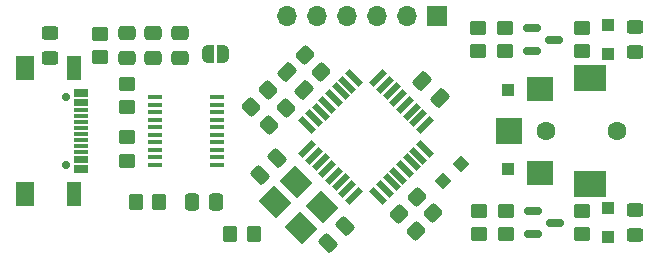
<source format=gbr>
%TF.GenerationSoftware,KiCad,Pcbnew,(6.0.7)*%
%TF.CreationDate,2023-10-13T17:42:20-04:00*%
%TF.ProjectId,microkfd,6d696372-6f6b-4666-942e-6b696361645f,A.1*%
%TF.SameCoordinates,Original*%
%TF.FileFunction,Soldermask,Top*%
%TF.FilePolarity,Negative*%
%FSLAX46Y46*%
G04 Gerber Fmt 4.6, Leading zero omitted, Abs format (unit mm)*
G04 Created by KiCad (PCBNEW (6.0.7)) date 2023-10-13 17:42:20*
%MOMM*%
%LPD*%
G01*
G04 APERTURE LIST*
G04 Aperture macros list*
%AMRoundRect*
0 Rectangle with rounded corners*
0 $1 Rounding radius*
0 $2 $3 $4 $5 $6 $7 $8 $9 X,Y pos of 4 corners*
0 Add a 4 corners polygon primitive as box body*
4,1,4,$2,$3,$4,$5,$6,$7,$8,$9,$2,$3,0*
0 Add four circle primitives for the rounded corners*
1,1,$1+$1,$2,$3*
1,1,$1+$1,$4,$5*
1,1,$1+$1,$6,$7*
1,1,$1+$1,$8,$9*
0 Add four rect primitives between the rounded corners*
20,1,$1+$1,$2,$3,$4,$5,0*
20,1,$1+$1,$4,$5,$6,$7,0*
20,1,$1+$1,$6,$7,$8,$9,0*
20,1,$1+$1,$8,$9,$2,$3,0*%
%AMRotRect*
0 Rectangle, with rotation*
0 The origin of the aperture is its center*
0 $1 length*
0 $2 width*
0 $3 Rotation angle, in degrees counterclockwise*
0 Add horizontal line*
21,1,$1,$2,0,0,$3*%
%AMFreePoly0*
4,1,22,0.500000,-0.750000,0.000000,-0.750000,0.000000,-0.745033,-0.079941,-0.743568,-0.215256,-0.701293,-0.333266,-0.622738,-0.424486,-0.514219,-0.481581,-0.384460,-0.499164,-0.250000,-0.500000,-0.250000,-0.500000,0.250000,-0.499164,0.250000,-0.499963,0.256109,-0.478152,0.396186,-0.417904,0.524511,-0.324060,0.630769,-0.204165,0.706417,-0.067858,0.745374,0.000000,0.744959,0.000000,0.750000,
0.500000,0.750000,0.500000,-0.750000,0.500000,-0.750000,$1*%
%AMFreePoly1*
4,1,20,0.000000,0.744959,0.073905,0.744508,0.209726,0.703889,0.328688,0.626782,0.421226,0.519385,0.479903,0.390333,0.500000,0.250000,0.500000,-0.250000,0.499851,-0.262216,0.476331,-0.402017,0.414519,-0.529596,0.319384,-0.634700,0.198574,-0.708877,0.061801,-0.746166,0.000000,-0.745033,0.000000,-0.750000,-0.500000,-0.750000,-0.500000,0.750000,0.000000,0.750000,0.000000,0.744959,
0.000000,0.744959,$1*%
G04 Aperture macros list end*
%ADD10C,0.700000*%
%ADD11R,1.200000X0.300000*%
%ADD12R,1.200000X2.000000*%
%ADD13R,1.500000X2.000000*%
%ADD14RoundRect,0.250000X0.450000X-0.325000X0.450000X0.325000X-0.450000X0.325000X-0.450000X-0.325000X0*%
%ADD15RoundRect,0.150000X-0.587500X-0.150000X0.587500X-0.150000X0.587500X0.150000X-0.587500X0.150000X0*%
%ADD16R,1.200000X0.400000*%
%ADD17RoundRect,0.250000X0.070711X-0.565685X0.565685X-0.070711X-0.070711X0.565685X-0.565685X0.070711X0*%
%ADD18RoundRect,0.250000X0.097227X-0.574524X0.574524X-0.097227X-0.097227X0.574524X-0.574524X0.097227X0*%
%ADD19RoundRect,0.250000X-0.337500X-0.475000X0.337500X-0.475000X0.337500X0.475000X-0.337500X0.475000X0*%
%ADD20RoundRect,0.250000X-0.450000X0.350000X-0.450000X-0.350000X0.450000X-0.350000X0.450000X0.350000X0*%
%ADD21RoundRect,0.250000X0.565685X0.070711X0.070711X0.565685X-0.565685X-0.070711X-0.070711X-0.565685X0*%
%ADD22RoundRect,0.250000X-0.574524X-0.097227X-0.097227X-0.574524X0.574524X0.097227X0.097227X0.574524X0*%
%ADD23R,1.000000X1.000000*%
%ADD24RoundRect,0.250000X0.350000X0.450000X-0.350000X0.450000X-0.350000X-0.450000X0.350000X-0.450000X0*%
%ADD25RotRect,2.100000X1.800000X135.000000*%
%ADD26RoundRect,0.250000X-0.450000X0.325000X-0.450000X-0.325000X0.450000X-0.325000X0.450000X0.325000X0*%
%ADD27RoundRect,0.250000X-0.097227X0.574524X-0.574524X0.097227X0.097227X-0.574524X0.574524X-0.097227X0*%
%ADD28RotRect,1.600000X0.550000X45.000000*%
%ADD29RotRect,1.600000X0.550000X135.000000*%
%ADD30RoundRect,0.250000X0.475000X-0.337500X0.475000X0.337500X-0.475000X0.337500X-0.475000X-0.337500X0*%
%ADD31RoundRect,0.250000X0.450000X-0.350000X0.450000X0.350000X-0.450000X0.350000X-0.450000X-0.350000X0*%
%ADD32FreePoly0,0.000000*%
%ADD33FreePoly1,0.000000*%
%ADD34C,1.600000*%
%ADD35R,2.300000X2.200000*%
%ADD36R,2.800000X2.200000*%
%ADD37R,2.200000X2.100000*%
%ADD38R,1.700000X1.700000*%
%ADD39O,1.700000X1.700000*%
%ADD40RotRect,1.000000X1.000000X45.000000*%
%ADD41RotRect,1.000000X1.000000X315.000000*%
%ADD42RoundRect,0.250000X-0.475000X0.337500X-0.475000X-0.337500X0.475000X-0.337500X0.475000X0.337500X0*%
G04 APERTURE END LIST*
D10*
%TO.C,J1*%
X98617500Y-97110000D03*
X98617500Y-102890000D03*
D11*
X99887500Y-96625000D03*
X99887500Y-97425000D03*
X99887500Y-98750000D03*
X99887500Y-99750000D03*
X99887500Y-100250000D03*
X99887500Y-101250000D03*
X99887500Y-102575000D03*
X99887500Y-103375000D03*
X99887500Y-103075000D03*
X99887500Y-102275000D03*
X99887500Y-101750000D03*
X99887500Y-100750000D03*
X99887500Y-99250000D03*
X99887500Y-98250000D03*
X99887500Y-97725000D03*
X99887500Y-96925000D03*
D12*
X99287500Y-94680000D03*
D13*
X95087500Y-105320000D03*
X95087500Y-94680000D03*
D12*
X99287500Y-105320000D03*
%TD*%
D14*
%TO.C,D2*%
X146750000Y-93275000D03*
X146750000Y-91225000D03*
%TD*%
D15*
%TO.C,Q2*%
X138125000Y-106800000D03*
X138125000Y-108700000D03*
X140000000Y-107750000D03*
%TD*%
D16*
%TO.C,U1*%
X111350000Y-102857500D03*
X111350000Y-102222500D03*
X111350000Y-101587500D03*
X111350000Y-100952500D03*
X111350000Y-100317500D03*
X111350000Y-99682500D03*
X111350000Y-99047500D03*
X111350000Y-98412500D03*
X111350000Y-97777500D03*
X111350000Y-97142500D03*
X106150000Y-97142500D03*
X106150000Y-97777500D03*
X106150000Y-98412500D03*
X106150000Y-99047500D03*
X106150000Y-99682500D03*
X106150000Y-100317500D03*
X106150000Y-100952500D03*
X106150000Y-101587500D03*
X106150000Y-102222500D03*
X106150000Y-102857500D03*
%TD*%
D17*
%TO.C,R7*%
X115792893Y-99457107D03*
X117207107Y-98042893D03*
%TD*%
D18*
%TO.C,C7*%
X120766377Y-109483623D03*
X122233623Y-108016377D03*
%TD*%
D19*
%TO.C,C3*%
X109250000Y-106000000D03*
X111325000Y-106000000D03*
%TD*%
D20*
%TO.C,R4*%
X101500000Y-91750000D03*
X101500000Y-93750000D03*
%TD*%
%TO.C,R13*%
X133562500Y-106750000D03*
X133562500Y-108750000D03*
%TD*%
D21*
%TO.C,R9*%
X129707107Y-106957107D03*
X128292893Y-105542893D03*
%TD*%
D22*
%TO.C,C5*%
X128766377Y-95766377D03*
X130233623Y-97233623D03*
%TD*%
D20*
%TO.C,R2*%
X103750000Y-100500000D03*
X103750000Y-102500000D03*
%TD*%
D23*
%TO.C,TP4*%
X136000000Y-103250000D03*
%TD*%
D24*
%TO.C,R5*%
X106500000Y-106000000D03*
X104500000Y-106000000D03*
%TD*%
D25*
%TO.C,Y1*%
X120229899Y-106462132D03*
X118037868Y-104270101D03*
X116270101Y-106037868D03*
X118462132Y-108229899D03*
%TD*%
D24*
%TO.C,R10*%
X114500000Y-108750000D03*
X112500000Y-108750000D03*
%TD*%
D26*
%TO.C,D1*%
X146750000Y-106725000D03*
X146750000Y-108775000D03*
%TD*%
D27*
%TO.C,C8*%
X116483623Y-102266377D03*
X115016377Y-103733623D03*
%TD*%
D28*
%TO.C,U2*%
X119014897Y-101525305D03*
X119580583Y-102090990D03*
X120146268Y-102656676D03*
X120711953Y-103222361D03*
X121277639Y-103788047D03*
X121843324Y-104353732D03*
X122409010Y-104919417D03*
X122974695Y-105485103D03*
D29*
X125025305Y-105485103D03*
X125590990Y-104919417D03*
X126156676Y-104353732D03*
X126722361Y-103788047D03*
X127288047Y-103222361D03*
X127853732Y-102656676D03*
X128419417Y-102090990D03*
X128985103Y-101525305D03*
D28*
X128985103Y-99474695D03*
X128419417Y-98909010D03*
X127853732Y-98343324D03*
X127288047Y-97777639D03*
X126722361Y-97211953D03*
X126156676Y-96646268D03*
X125590990Y-96080583D03*
X125025305Y-95514897D03*
D29*
X122974695Y-95514897D03*
X122409010Y-96080583D03*
X121843324Y-96646268D03*
X121277639Y-97211953D03*
X120711953Y-97777639D03*
X120146268Y-98343324D03*
X119580583Y-98909010D03*
X119014897Y-99474695D03*
%TD*%
D30*
%TO.C,C2*%
X103750000Y-93787500D03*
X103750000Y-91712500D03*
%TD*%
D31*
%TO.C,R14*%
X135750000Y-93250000D03*
X135750000Y-91250000D03*
%TD*%
D23*
%TO.C,TP3*%
X136000000Y-96500000D03*
%TD*%
D32*
%TO.C,JP1*%
X110600000Y-93500000D03*
D33*
X111900000Y-93500000D03*
%TD*%
D22*
%TO.C,C4*%
X117266377Y-95016377D03*
X118733623Y-96483623D03*
%TD*%
D21*
%TO.C,R8*%
X128207107Y-108457107D03*
X126792893Y-107042893D03*
%TD*%
%TO.C,R3*%
X120207107Y-94957107D03*
X118792893Y-93542893D03*
%TD*%
D23*
%TO.C,D5*%
X144500000Y-106500000D03*
X144500000Y-109000000D03*
%TD*%
D17*
%TO.C,R6*%
X114292893Y-97957107D03*
X115707107Y-96542893D03*
%TD*%
D14*
%TO.C,D3*%
X97250000Y-93775000D03*
X97250000Y-91725000D03*
%TD*%
D34*
%TO.C,J3*%
X139250000Y-100000000D03*
X145250000Y-100000000D03*
D35*
X136100000Y-100000000D03*
D36*
X142950000Y-104500000D03*
X142950000Y-95500000D03*
D37*
X138750000Y-103550000D03*
X138750000Y-96450000D03*
%TD*%
D30*
%TO.C,C1*%
X108250000Y-93787500D03*
X108250000Y-91712500D03*
%TD*%
D31*
%TO.C,R15*%
X135812500Y-108750000D03*
X135812500Y-106750000D03*
%TD*%
D20*
%TO.C,R1*%
X103750000Y-96000000D03*
X103750000Y-98000000D03*
%TD*%
D38*
%TO.C,J2*%
X130000000Y-90250000D03*
D39*
X127460000Y-90250000D03*
X124920000Y-90250000D03*
X122380000Y-90250000D03*
X119840000Y-90250000D03*
X117300000Y-90250000D03*
%TD*%
D20*
%TO.C,R12*%
X133500000Y-91250000D03*
X133500000Y-93250000D03*
%TD*%
D40*
%TO.C,TP1*%
X130500000Y-104250000D03*
%TD*%
D41*
%TO.C,TP2*%
X132000000Y-102750000D03*
%TD*%
D31*
%TO.C,R17*%
X142250000Y-93250000D03*
X142250000Y-91250000D03*
%TD*%
D23*
%TO.C,D4*%
X144500000Y-91000000D03*
X144500000Y-93500000D03*
%TD*%
D20*
%TO.C,R18*%
X142312500Y-106750000D03*
X142312500Y-108750000D03*
%TD*%
D42*
%TO.C,C6*%
X106000000Y-91712500D03*
X106000000Y-93787500D03*
%TD*%
D15*
%TO.C,Q1*%
X138062500Y-91300000D03*
X138062500Y-93200000D03*
X139937500Y-92250000D03*
%TD*%
M02*

</source>
